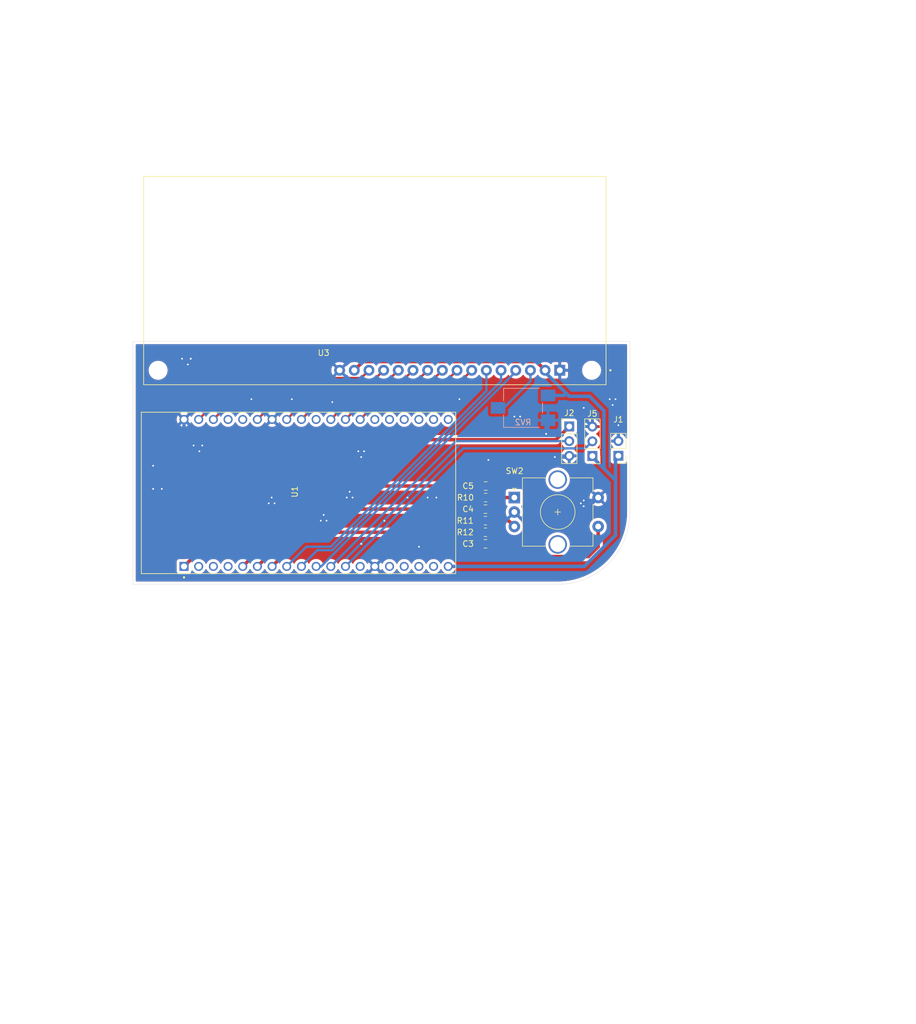
<source format=kicad_pcb>
(kicad_pcb (version 20240108) (generator "pcbnew") (generator_version "8.0")
  (layers (0 "F.Cu" signal) (31 "B.Cu" signal) (34 "B.Paste" user) (35 "F.Paste" user) (36 "B.SilkS" user "B.Silkscreen") (37 "F.SilkS" user "F.Silkscreen") (38 "B.Mask" user) (39 "F.Mask" user) (44 "Edge.Cuts" user))
  (net 0 "")
  (net 1 "GND")
  (net 2 "/5V")
  (net 3 "/BTN")
  (net 4 "/B")
  (net 5 "/A")
  (net 6 "/3V3")
  (net 7 "/Sensor_data")
  (net 8 "/Data_pin")
  (net 9 "Net-(R10-Pad2)")
  (net 10 "Net-(R11-Pad2)")
  (net 11 "Net-(R12-Pad2)")
  (net 13 "/LCD_5")
  (net 14 "/LCD_RS")
  (net 15 "/LCD_6")
  (net 17 "/LCD_7")
  (net 18 "/LCD_4")
  (net 21 "/LCD_E")
  (net 33 "Net-(U3-VO)")
  (net 35 "/LCD_RW")
  (net 36 "/LCD_0")
  (net 37 "/LCD_1")
  (net 38 "/LCD_3")
  (net 39 "/LCD_2")
  (footprint "Capacitor_SMD:C_0805_2012Metric_Pad1.18x1.45mm_HandSolder" (layer "F.Cu") (at 100.0375 103)
    (property "Reference" "C5" (at -3.0375 0 0) (layer "F.SilkS"))
    (property "Value" "0.1uF")
    (fp_line (start -0.261252 -0.735) (end 0.261252 -0.735) (stroke (width 0.12)) (layer "F.SilkS"))
    (fp_line (start -0.261252 0.735) (end 0.261252 0.735) (stroke (width 0.12)) (layer "F.SilkS"))
    (pad "1" smd roundrect (at -1.0375 0) (size 1.175 1.45) (layers "F.Cu" "F.Paste" "F.Mask") (roundrect_rratio 0.212766) (net 5 "/A"))
    (pad "2" smd roundrect (at 1.0375 0) (size 1.175 1.45) (layers "F.Cu" "F.Paste" "F.Mask") (roundrect_rratio 0.212766) (net 1 "GND"))
  )
  (footprint "LCD-16X2:MODULE_LCD-16X2" (layer "F.Cu") (at 80.86 67.5 180)
    (property "Reference" "U3" (at 8.86 -12.5 180) (layer "F.SilkS"))
    (property "Value" "LCD-016N002L")
    (fp_line (start 40 18) (end -40 18) (stroke (width 0.127)) (layer "F.SilkS"))
    (fp_line (start 40 -18) (end 40 18) (stroke (width 0.127)) (layer "F.SilkS"))
    (fp_line (start -40 18) (end -40 -18) (stroke (width 0.127)) (layer "F.SilkS"))
    (fp_line (start -40 -18) (end 40 -18) (stroke (width 0.127)) (layer "F.SilkS"))
    (fp_circle (center -40.75 -15.5) (end -40.65 -15.5) (stroke (width 0.2)) (fill none) (layer "F.SilkS"))
    (pad "" np_thru_hole circle (at -37.5 -15.5 180) (size 2.8 2.8) (drill 2.8) (layers "*.Cu" "*.Mask"))
    (pad "" np_thru_hole circle (at -37.5 15.5 180) (size 2.8 2.8) (drill 2.8) (layers "*.Cu" "*.Mask"))
    (pad "" np_thru_hole circle (at 37.5 -15.5 180) (size 2.8 2.8) (drill 2.8) (layers "*.Cu" "*.Mask"))
    (pad "" np_thru_hole circle (at 37.5 15.5 180) (size 2.8 2.8) (drill 2.8) (layers "*.Cu" "*.Mask"))
    (pad "1" thru_hole rect (at -32 -15.5 180) (size 1.8796 1.8796) (drill 1.016) (layers "*.Cu" "*.Mask") (net 1 "GND"))
    (pad "2" thru_hole circle (at -29.46 -15.5 180) (size 1.8796 1.8796) (drill 1.016) (layers "*.Cu" "*.Mask") (net 2 "/5V"))
    (pad "3" thru_hole circle (at -26.92 -15.5 180) (size 1.8796 1.8796) (drill 1.016) (layers "*.Cu" "*.Mask") (net 33 "Net-(U3-VO)"))
    (pad "4" thru_hole circle (at -24.38 -15.5 180) (size 1.8796 1.8796) (drill 1.016) (layers "*.Cu" "*.Mask") (net 14 "/LCD_RS"))
    (pad "5" thru_hole circle (at -21.84 -15.5 180) (size 1.8796 1.8796) (drill 1.016) (layers "*.Cu" "*.Mask") (net 35 "/LCD_RW"))
    (pad "6" thru_hole circle (at -19.3 -15.5 180) (size 1.8796 1.8796) (drill 1.016) (layers "*.Cu" "*.Mask") (net 21 "/LCD_E"))
    (pad "7" thru_hole circle (at -16.76 -15.5 180) (size 1.8796 1.8796) (drill 1.016) (layers "*.Cu" "*.Mask") (net 36 "/LCD_0"))
    (pad "8" thru_hole circle (at -14.22 -15.5 180) (size 1.8796 1.8796) (drill 1.016) (layers "*.Cu" "*.Mask") (net 37 "/LCD_1"))
    (pad "9" thru_hole circle (at -11.68 -15.5 180) (size 1.8796 1.8796) (drill 1.016) (layers "*.Cu" "*.Mask") (net 39 "/LCD_2"))
    (pad "10" thru_hole circle (at -9.14 -15.5 180) (size 1.8796 1.8796) (drill 1.016) (layers "*.Cu" "*.Mask") (net 38 "/LCD_3"))
    (pad "11" thru_hole circle (at -6.6 -15.5 180) (size 1.8796 1.8796) (drill 1.016) (layers "*.Cu" "*.Mask") (net 18 "/LCD_4"))
    (pad "12" thru_hole circle (at -4.06 -15.5 180) (size 1.8796 1.8796) (drill 1.016) (layers "*.Cu" "*.Mask") (net 13 "/LCD_5"))
    (pad "13" thru_hole circle (at -1.52 -15.5 180) (size 1.8796 1.8796) (drill 1.016) (layers "*.Cu" "*.Mask") (net 15 "/LCD_6"))
    (pad "14" thru_hole circle (at 1.02 -15.5 180) (size 1.8796 1.8796) (drill 1.016) (layers "*.Cu" "*.Mask") (net 17 "/LCD_7"))
    (pad "15" thru_hole circle (at 3.56 -15.5 180) (size 1.8796 1.8796) (drill 1.016) (layers "*.Cu" "*.Mask") (net 2 "/5V"))
    (pad "16" thru_hole circle (at 6.1 -15.5 180) (size 1.8796 1.8796) (drill 1.016) (layers "*.Cu" "*.Mask") (net 1 "GND"))
  )
  (footprint "ESP32-DEVKITC-32D:MODULE_ESP32-DEVKITC-32D" (layer "F.Cu") (at 67.6 104.2 90)
    (property "Reference" "U1" (at 0.2 -0.6 90) (layer "F.SilkS") (effects (font (size 1.000386 1.000386))))
    (property "Value" "ESP32-DEVKITC-32D")
    (fp_line (start 13.95 -27.15) (end 13.95 27.25) (stroke (width 0.127)) (layer "F.SilkS"))
    (fp_line (start -13.95 -27.15) (end 13.95 -27.15) (stroke (width 0.127)) (layer "F.SilkS"))
    (fp_line (start 13.95 27.25) (end -13.95 27.25) (stroke (width 0.127)) (layer "F.SilkS"))
    (fp_line (start -13.95 27.25) (end -13.95 -27.15) (stroke (width 0.127)) (layer "F.SilkS"))
    (fp_circle (center -14.6 -19.76) (end -14.5 -19.76) (stroke (width 0.2)) (fill none) (layer "F.SilkS"))
    (pad "J2-1" thru_hole rect (at -12.7 -19.76 90) (size 1.56 1.56) (drill 1.04) (layers "*.Cu" "*.Mask") (net 6 "/3V3"))
    (pad "J2-2" thru_hole circle (at -12.7 -17.22 90) (size 1.56 1.56) (drill 1.04) (layers "*.Cu" "*.Mask"))
    (pad "J2-3" thru_hole circle (at -12.7 -14.68 90) (size 1.56 1.56) (drill 1.04) (layers "*.Cu" "*.Mask"))
    (pad "J2-4" thru_hole circle (at -12.7 -12.14 90) (size 1.56 1.56) (drill 1.04) (layers "*.Cu" "*.Mask"))
    (pad "J2-5" thru_hole circle (at -12.7 -9.6 90) (size 1.56 1.56) (drill 1.04) (layers "*.Cu" "*.Mask") (net 5 "/A"))
    (pad "J2-6" thru_hole circle (at -12.7 -7.06 90) (size 1.56 1.56) (drill 1.04) (layers "*.Cu" "*.Mask") (net 4 "/B"))
    (pad "J2-7" thru_hole circle (at -12.7 -4.52 90) (size 1.56 1.56) (drill 1.04) (layers "*.Cu" "*.Mask") (net 3 "/BTN"))
    (pad "J2-8" thru_hole circle (at -12.7 -1.98 90) (size 1.56 1.56) (drill 1.04) (layers "*.Cu" "*.Mask") (net 21 "/LCD_E"))
    (pad "J2-9" thru_hole circle (at -12.7 0.56 90) (size 1.56 1.56) (drill 1.04) (layers "*.Cu" "*.Mask") (net 35 "/LCD_RW"))
    (pad "J2-10" thru_hole circle (at -12.7 3.1 90) (size 1.56 1.56) (drill 1.04) (layers "*.Cu" "*.Mask") (net 14 "/LCD_RS"))
    (pad "J2-11" thru_hole circle (at -12.7 5.64 90) (size 1.56 1.56) (drill 1.04) (layers "*.Cu" "*.Mask") (net 7 "/Sensor_data"))
    (pad "J2-12" thru_hole circle (at -12.7 8.18 90) (size 1.56 1.56) (drill 1.04) (layers "*.Cu" "*.Mask") (net 8 "/Data_pin"))
    (pad "J2-13" thru_hole circle (at -12.7 10.72 90) (size 1.56 1.56) (drill 1.04) (layers "*.Cu" "*.Mask"))
    (pad "J2-14" thru_hole circle (at -12.7 13.26 90) (size 1.56 1.56) (drill 1.04) (layers "*.Cu" "*.Mask") (net 1 "GND"))
    (pad "J2-15" thru_hole circle (at -12.7 15.8 90) (size 1.56 1.56) (drill 1.04) (layers "*.Cu" "*.Mask"))
    (pad "J2-16" thru_hole circle (at -12.7 18.34 90) (size 1.56 1.56) (drill 1.04) (layers "*.Cu" "*.Mask"))
    (pad "J2-17" thru_hole circle (at -12.7 20.88 90) (size 1.56 1.56) (drill 1.04) (layers "*.Cu" "*.Mask"))
    (pad "J2-18" thru_hole circle (at -12.7 23.42 90) (size 1.56 1.56) (drill 1.04) (layers "*.Cu" "*.Mask"))
    (pad "J2-19" thru_hole circle (at -12.7 25.96 90) (size 1.56 1.56) (drill 1.04) (layers "*.Cu" "*.Mask") (net 2 "/5V"))
    (pad "J3-1" thru_hole circle (at 12.7 -19.76 90) (size 1.56 1.56) (drill 1.04) (layers "*.Cu" "*.Mask") (net 1 "GND"))
    (pad "J3-2" thru_hole circle (at 12.7 -17.22 90) (size 1.56 1.56) (drill 1.04) (layers "*.Cu" "*.Mask") (net 17 "/LCD_7"))
    (pad "J3-3" thru_hole circle (at 12.7 -14.68 90) (size 1.56 1.56) (drill 1.04) (layers "*.Cu" "*.Mask") (net 15 "/LCD_6"))
    (pad "J3-4" thru_hole circle (at 12.7 -12.14 90) (size 1.56 1.56) (drill 1.04) (layers "*.Cu" "*.Mask"))
    (pad "J3-5" thru_hole circle (at 12.7 -9.6 90) (size 1.56 1.56) (drill 1.04) (layers "*.Cu" "*.Mask"))
    (pad "J3-6" thru_hole circle (at 12.7 -7.06 90) (size 1.56 1.56) (drill 1.04) (layers "*.Cu" "*.Mask") (net 13 "/LCD_5"))
    (pad "J3-7" thru_hole circle (at 12.7 -4.52 90) (size 1.56 1.56) (drill 1.04) (layers "*.Cu" "*.Mask") (net 1 "GND"))
    (pad "J3-8" thru_hole circle (at 12.7 -1.98 90) (size 1.56 1.56) (drill 1.04) (layers "*.Cu" "*.Mask") (net 18 "/LCD_4"))
    (pad "J3-9" thru_hole circle (at 12.7 0.56 90) (size 1.56 1.56) (drill 1.04) (layers "*.Cu" "*.Mask") (net 38 "/LCD_3"))
    (pad "J3-10" thru_hole circle (at 12.7 3.1 90) (size 1.56 1.56) (drill 1.04) (layers "*.Cu" "*.Mask"))
    (pad "J3-11" thru_hole circle (at 12.7 5.64 90) (size 1.56 1.56) (drill 1.04) (layers "*.Cu" "*.Mask") (net 39 "/LCD_2"))
    (pad "J3-12" thru_hole circle (at 12.7 8.18 90) (size 1.56 1.56) (drill 1.04) (layers "*.Cu" "*.Mask") (net 37 "/LCD_1"))
    (pad "J3-13" thru_hole circle (at 12.7 10.72 90) (size 1.56 1.56) (drill 1.04) (layers "*.Cu" "*.Mask") (net 36 "/LCD_0"))
    (pad "J3-14" thru_hole circle (at 12.7 13.26 90) (size 1.56 1.56) (drill 1.04) (layers "*.Cu" "*.Mask"))
    (pad "J3-15" thru_hole circle (at 12.7 15.8 90) (size 1.56 1.56) (drill 1.04) (layers "*.Cu" "*.Mask"))
    (pad "J3-16" thru_hole circle (at 12.7 18.34 90) (size 1.56 1.56) (drill 1.04) (layers "*.Cu" "*.Mask"))
    (pad "J3-17" thru_hole circle (at 12.7 20.88 90) (size 1.56 1.56) (drill 1.04) (layers "*.Cu" "*.Mask"))
    (pad "J3-18" thru_hole circle (at 12.7 23.42 90) (size 1.56 1.56) (drill 1.04) (layers "*.Cu" "*.Mask"))
    (pad "J3-19" thru_hole circle (at 12.7 25.96 90) (size 1.56 1.56) (drill 1.04) (layers "*.Cu" "*.Mask"))
  )
  (footprint "Capacitor_SMD:C_0805_2012Metric_Pad1.18x1.45mm_HandSolder" (layer "F.Cu") (at 100 107)
    (property "Reference" "C4" (at -3 0 0) (layer "F.SilkS"))
    (property "Value" "0.1uF")
    (fp_line (start -0.261252 -0.735) (end 0.261252 -0.735) (stroke (width 0.12)) (layer "F.SilkS"))
    (fp_line (start -0.261252 0.735) (end 0.261252 0.735) (stroke (width 0.12)) (layer "F.SilkS"))
    (pad "1" smd roundrect (at -1.0375 0) (size 1.175 1.45) (layers "F.Cu" "F.Paste" "F.Mask") (roundrect_rratio 0.212766) (net 4 "/B"))
    (pad "2" smd roundrect (at 1.0375 0) (size 1.175 1.45) (layers "F.Cu" "F.Paste" "F.Mask") (roundrect_rratio 0.212766) (net 1 "GND"))
  )
  (footprint "Resistor_SMD:R_0805_2012Metric_Pad1.20x1.40mm_HandSolder" (layer "F.Cu") (at 100 109)
    (property "Reference" "R11" (at -3.5 0 0) (layer "F.SilkS"))
    (property "Value" "22k")
    (fp_line (start -0.227064 -0.735) (end 0.227064 -0.735) (stroke (width 0.12)) (layer "F.SilkS"))
    (fp_line (start -0.227064 0.735) (end 0.227064 0.735) (stroke (width 0.12)) (layer "F.SilkS"))
    (pad "1" smd roundrect (at -1 0) (size 1.2 1.4) (layers "F.Cu" "F.Paste" "F.Mask") (roundrect_rratio 0.208333) (net 4 "/B"))
    (pad "2" smd roundrect (at 1 0) (size 1.2 1.4) (layers "F.Cu" "F.Paste" "F.Mask") (roundrect_rratio 0.208333) (net 10 "Net-(R11-Pad2)"))
  )
  (footprint "Connector_PinHeader_2.54mm:PinHeader_1x03_P2.54mm_Vertical" (layer "F.Cu") (at 118.5 97.815 180)
    (property "Reference" "J5" (at 0 7.315 0) (layer "F.SilkS"))
    (property "Value" "Conn_01x03_Socket")
    (fp_line (start 1.33 1.27) (end 1.33 6.41) (stroke (width 0.12)) (layer "F.SilkS"))
    (fp_line (start -1.33 6.41) (end 1.33 6.41) (stroke (width 0.12)) (layer "F.SilkS"))
    (fp_line (start -1.33 1.27) (end 1.33 1.27) (stroke (width 0.12)) (layer "F.SilkS"))
    (fp_line (start -1.33 1.27) (end -1.33 6.41) (stroke (width 0.12)) (layer "F.SilkS"))
    (fp_line (start -1.33 0) (end -1.33 -1.33) (stroke (width 0.12)) (layer "F.SilkS"))
    (fp_line (start -1.33 -1.33) (end 0 -1.33) (stroke (width 0.12)) (layer "F.SilkS"))
    (pad "1" thru_hole rect (at 0 0 180) (size 1.7 1.7) (drill 1) (layers "*.Cu" "*.Mask") (net 2 "/5V"))
    (pad "2" thru_hole oval (at 0 2.54 180) (size 1.7 1.7) (drill 1) (layers "*.Cu" "*.Mask") (net 8 "/Data_pin"))
    (pad "3" thru_hole oval (at 0 5.08 180) (size 1.7 1.7) (drill 1) (layers "*.Cu" "*.Mask") (net 1 "GND"))
  )
  (footprint "Connector_PinHeader_2.54mm:PinHeader_1x03_P2.54mm_Vertical" (layer "F.Cu") (at 114.5 92.71)
    (property "Reference" "J2" (at 0 -2.33 0) (layer "F.SilkS"))
    (property "Value" "Conn_01x03_Socket")
    (fp_line (start -1.33 -1.33) (end 0 -1.33) (stroke (width 0.12)) (layer "F.SilkS"))
    (fp_line (start -1.33 0) (end -1.33 -1.33) (stroke (width 0.12)) (layer "F.SilkS"))
    (fp_line (start -1.33 1.27) (end -1.33 6.41) (stroke (width 0.12)) (layer "F.SilkS"))
    (fp_line (start -1.33 1.27) (end 1.33 1.27) (stroke (width 0.12)) (layer "F.SilkS"))
    (fp_line (start -1.33 6.41) (end 1.33 6.41) (stroke (width 0.12)) (layer "F.SilkS"))
    (fp_line (start 1.33 1.27) (end 1.33 6.41) (stroke (width 0.12)) (layer "F.SilkS"))
    (pad "1" thru_hole rect (at 0 0) (size 1.7 1.7) (drill 1) (layers "*.Cu" "*.Mask") (net 6 "/3V3"))
    (pad "2" thru_hole oval (at 0 2.54) (size 1.7 1.7) (drill 1) (layers "*.Cu" "*.Mask") (net 7 "/Sensor_data"))
    (pad "3" thru_hole oval (at 0 5.08) (size 1.7 1.7) (drill 1) (layers "*.Cu" "*.Mask") (net 1 "GND"))
  )
  (footprint "Resistor_SMD:R_0805_2012Metric_Pad1.20x1.40mm_HandSolder" (layer "F.Cu") (at 100 111)
    (property "Reference" "R12" (at -3.5 0 0) (layer "F.SilkS"))
    (property "Value" "22k")
    (fp_line (start -0.227064 -0.735) (end 0.227064 -0.735) (stroke (width 0.12)) (layer "F.SilkS"))
    (fp_line (start -0.227064 0.735) (end 0.227064 0.735) (stroke (width 0.12)) (layer "F.SilkS"))
    (pad "1" smd roundrect (at -1 0) (size 1.2 1.4) (layers "F.Cu" "F.Paste" "F.Mask") (roundrect_rratio 0.208333) (net 3 "/BTN"))
    (pad "2" smd roundrect (at 1 0) (size 1.2 1.4) (layers "F.Cu" "F.Paste" "F.Mask") (roundrect_rratio 0.208333) (net 11 "Net-(R12-Pad2)"))
  )
  (footprint "Capacitor_SMD:C_0805_2012Metric_Pad1.18x1.45mm_HandSolder" (layer "F.Cu") (at 100 113)
    (property "Reference" "C3" (at -3 0 0) (layer "F.SilkS"))
    (property "Value" "0.1uF")
    (fp_line (start -0.261252 -0.735) (end 0.261252 -0.735) (stroke (width 0.12)) (layer "F.SilkS"))
    (fp_line (start -0.261252 0.735) (end 0.261252 0.735) (stroke (width 0.12)) (layer "F.SilkS"))
    (pad "1" smd roundrect (at -1.0375 0) (size 1.175 1.45) (layers "F.Cu" "F.Paste" "F.Mask") (roundrect_rratio 0.212766) (net 3 "/BTN"))
    (pad "2" smd roundrect (at 1.0375 0) (size 1.175 1.45) (layers "F.Cu" "F.Paste" "F.Mask") (roundrect_rratio 0.212766) (net 1 "GND"))
  )
  (footprint "Rotary_Encoder:RotaryEncoder_Alps_EC11E-Switch_Vertical_H20mm_CircularMountingHoles" (layer "F.Cu") (at 105 105)
    (property "Reference" "SW2" (at 0.0375 -4.6 360) (layer "F.SilkS"))
    (property "Value" "RotaryEncoder_Switch")
    (fp_line (start -0.3 -1.6) (end 0.3 -1.6) (stroke (width 0.12)) (layer "F.SilkS"))
    (fp_line (start 0 -1.3) (end -0.3 -1.6) (stroke (width 0.12)) (layer "F.SilkS"))
    (fp_line (start 0.3 -1.6) (end 0 -1.3) (stroke (width 0.12)) (layer "F.SilkS"))
    (fp_line (start 1.4 -3.4) (end 1.4 8.4) (stroke (width 0.12)) (layer "F.SilkS"))
    (fp_line (start 5.5 -3.4) (end 1.4 -3.4) (stroke (width 0.12)) (layer "F.SilkS"))
    (fp_line (start 5.5 8.4) (end 1.4 8.4) (stroke (width 0.12)) (layer "F.SilkS"))
    (fp_line (start 7 2.5) (end 8 2.5) (stroke (width 0.12)) (layer "F.SilkS"))
    (fp_line (start 7.5 2) (end 7.5 3) (stroke (width 0.12)) (layer "F.SilkS"))
    (fp_line (start 9.5 -3.4) (end 13.6 -3.4) (stroke (width 0.12)) (layer "F.SilkS"))
    (fp_line (start 13.6 -3.4) (end 13.6 -1) (stroke (width 0.12)) (layer "F.SilkS"))
    (fp_line (start 13.6 1.2) (end 13.6 3.8) (stroke (width 0.12)) (layer "F.SilkS"))
    (fp_line (start 13.6 6) (end 13.6 8.4) (stroke (width 0.12)) (layer "F.SilkS"))
    (fp_line (start 13.6 8.4) (end 9.5 8.4) (stroke (width 0.12)) (layer "F.SilkS"))
    (fp_circle (center 7.5 2.5) (end 10.5 2.5) (stroke (width 0.12)) (fill none) (layer "F.SilkS"))
    (pad "A" thru_hole rect (at 0 0) (size 2 2) (drill 1) (layers "*.Cu" "*.Mask") (net 9 "Net-(R10-Pad2)"))
    (pad "B" thru_hole circle (at 0 5) (size 2 2) (drill 1) (layers "*.Cu" "*.Mask") (net 10 "Net-(R11-Pad2)"))
    (pad "C" thru_hole circle (at 0 2.5) (size 2 2) (drill 1) (layers "*.Cu" "*.Mask") (net 1 "GND"))
    (pad "MP" thru_hole circle (at 7.5 -3.1) (size 3.2 3.2) (drill 2.6) (layers "*.Cu" "*.Mask"))
    (pad "MP" thru_hole circle (at 7.5 8.1) (size 3.2 3.2) (drill 2.6) (layers "*.Cu" "*.Mask"))
    (pad "S1" thru_hole circle (at 14.5 5) (size 2 2) (drill 1) (layers "*.Cu" "*.Mask") (net 11 "Net-(R12-Pad2)"))
    (pad "S2" thru_hole circle (at 14.5 0) (size 2 2) (drill 1) (layers "*.Cu" "*.Mask") (net 1 "GND"))
  )
  (footprint "Connector_PinHeader_2.54mm:PinHeader_1x02_P2.54mm_Vertical" (layer "F.Cu") (at 123 97.775 180)
    (property "Reference" "J1" (at 0 6.275 0) (layer "F.SilkS"))
    (property "Value" "Conn_01x02_Socket")
    (fp_line (start 1.33 1.27) (end 1.33 3.87) (stroke (width 0.12)) (layer "F.SilkS"))
    (fp_line (start -1.33 3.87) (end 1.33 3.87) (stroke (width 0.12)) (layer "F.SilkS"))
    (fp_line (start -1.33 1.27) (end 1.33 1.27) (stroke (width 0.12)) (layer "F.SilkS"))
    (fp_line (start -1.33 1.27) (end -1.33 3.87) (stroke (width 0.12)) (layer "F.SilkS"))
    (fp_line (start -1.33 0) (end -1.33 -1.33) (stroke (width 0.12)) (layer "F.SilkS"))
    (fp_line (start -1.33 -1.33) (end 0 -1.33) (stroke (width 0.12)) (layer "F.SilkS"))
    (pad "1" thru_hole rect (at 0 0 180) (size 1.7 1.7) (drill 1) (layers "*.Cu" "*.Mask") (net 2 "/5V"))
    (pad "2" thru_hole oval (at 0 2.54 180) (size 1.7 1.7) (drill 1) (layers "*.Cu" "*.Mask") (net 1 "GND"))
  )
  (footprint "Resistor_SMD:R_0805_2012Metric_Pad1.20x1.40mm_HandSolder" (layer "F.Cu") (at 100.0375 105)
    (property "Reference" "R10" (at -3.5 0 0) (layer "F.SilkS"))
    (property "Value" "22k")
    (fp_line (start -0.227064 -0.735) (end 0.227064 -0.735) (stroke (width 0.12)) (layer "F.SilkS"))
    (fp_line (start -0.227064 0.735) (end 0.227064 0.735) (stroke (width 0.12)) (layer "F.SilkS"))
    (pad "1" smd roundrect (at -1 0) (size 1.2 1.4) (layers "F.Cu" "F.Paste" "F.Mask") (roundrect_rratio 0.208333) (net 5 "/A"))
    (pad "2" smd roundrect (at 1 0) (size 1.2 1.4) (layers "F.Cu" "F.Paste" "F.Mask") (roundrect_rratio 0.208333) (net 9 "Net-(R10-Pad2)"))
  )
  (footprint "Potentiometer_SMD:Potentiometer_ACP_CA6-VSMD_Vertical" (layer "B.Cu") (at 106.5 89.5 180)
    (property "Reference" "RV2" (at 0 -2.5 360) (layer "B.SilkS") (effects (justify mirror)))
    (property "Value" "10k")
    (fp_line (start 3.37 3.371) (end -2.834 3.371) (stroke (width 0.12)) (layer "B.SilkS"))
    (fp_line (start 3.37 1.24) (end 3.37 3.371) (stroke (width 0.12)) (layer "B.SilkS"))
    (fp_line (start 3.37 -3.37) (end 3.37 -1.24) (stroke (width 0.12)) (layer "B.SilkS"))
    (fp_line (start 3.37 -3.37) (end -2.834 -3.37) (stroke (width 0.12)) (layer "B.SilkS"))
    (fp_line (start -3.37 -0.91) (end -3.37 0.909) (stroke (width 0.12)) (layer "B.SilkS"))
    (pad "1" smd rect (at -4.325 -2.15 180) (size 2.5 2) (layers "B.Cu" "B.Paste" "B.Mask") (net 1 "GND"))
    (pad "2" smd rect (at 4.325 0 180) (size 2.5 2) (layers "B.Cu" "B.Paste" "B.Mask") (net 33 "Net-(U3-VO)"))
    (pad "3" smd rect (at -4.325 2.15 180) (size 2.5 2) (layers "B.Cu" "B.Paste" "B.Mask") (net 2 "/5V"))
  )
  (gr_arc (start 125 107.5) (mid 121.338835 116.338835) (end 112.5 120) (stroke (width 0.05)) (layer "Edge.Cuts"))
  (gr_line (start 125 107.5) (end 125 78) (stroke (width 0.05)) (layer "Edge.Cuts"))
  (gr_line (start 125 78) (end 39 78) (stroke (width 0.05)) (layer "Edge.Cuts"))
  (gr_line (start 39 120) (end 112.5 120) (stroke (width 0.05)) (layer "Edge.Cuts"))
  (gr_line (start 39 78) (end 39 120) (stroke (width 0.05)) (layer "Edge.Cuts"))
  (via (at 100.5 98.5) (size 0.6) (drill 0.3) (layers "F.Cu" "B.Cu") (net 1))
  (via (at 90 105) (size 0.6) (drill 0.3) (layers "F.Cu" "B.Cu") (net 1))
  (via (at 49 81) (size 0.6) (drill 0.3) (layers "F.Cu" "B.Cu") (net 1))
  (via (at 42.5 103.5) (size 0.6) (drill 0.3) (layers "F.Cu" "B.Cu") (net 1))
  (via (at 82.5 109) (size 0.6) (drill 0.3) (layers "F.Cu" "B.Cu") (net 1))
  (via (at 78 97) (size 0.6) (drill 0.3) (layers "F.Cu" "B.Cu") (net 1))
  (via (at 59.5 88) (size 0.6) (drill 0.3) (layers "F.Cu" "B.Cu") (net 1))
  (via (at 76.5 104) (size 0.6) (drill 0.3) (layers "F.Cu" "B.Cu") (net 1))
  (via (at 49.5 96) (size 0.6) (drill 0.3) (layers "F.Cu" "B.Cu") (net 1))
  (via (at 76 105) (size 0.6) (drill 0.3) (layers "F.Cu" "B.Cu") (net 1))
  (via (at 121.5 88) (size 0.6) (drill 0.3) (layers "F.Cu" "B.Cu") (net 1))
  (via (at 72 108) (size 0.6) (drill 0.3) (layers "F.Cu" "B.Cu") (net 1))
  (via (at 117 89.5) (size 0.6) (drill 0.3) (layers "F.Cu" "B.Cu") (net 1))
  (via (at 73.5 88.5) (size 0.6) (drill 0.3) (layers "F.Cu" "B.Cu") (net 1))
  (via (at 122 89) (size 0.6) (drill 0.3) (layers "F.Cu" "B.Cu") (net 1))
  (via (at 122.5 88) (size 0.6) (drill 0.3) (layers "F.Cu" "B.Cu") (net 1))
  (via (at 116.5 106) (size 0.6) (drill 0.3) (layers "F.Cu" "B.Cu") (net 1))
  (via (at 78.5 98) (size 0.6) (drill 0.3) (layers "F.Cu" "B.Cu") (net 1))
  (via (at 110.5 94) (size 0.6) (drill 0.3) (layers "F.Cu" "B.Cu") (net 1))
  (via (at 71.5 109) (size 0.6) (drill 0.3) (layers "F.Cu" "B.Cu") (net 1))
  (via (at 86.5 105) (size 0.6) (drill 0.3) (layers "F.Cu" "B.Cu") (net 1))
  (via (at 117 106.5) (size 0.6) (drill 0.3) (layers "F.Cu" "B.Cu") (net 1))
  (via (at 44 103.5) (size 0.6) (drill 0.3) (layers "F.Cu" "B.Cu") (net 1))
  (via (at 47.5 81) (size 0.6) (drill 0.3) (layers "F.Cu" "B.Cu") (net 1))
  (via (at 51 96) (size 0.6) (drill 0.3) (layers "F.Cu" "B.Cu") (net 1))
  (via (at 88.5 113.5) (size 0.6) (drill 0.3) (layers "F.Cu" "B.Cu") (net 1))
  (via (at 78.5 113) (size 0.6) (drill 0.3) (layers "F.Cu" "B.Cu") (net 1))
  (via (at 42.5 99.5) (size 0.6) (drill 0.3) (layers "F.Cu" "B.Cu") (net 1))
  (via (at 91.5 105) (size 0.6) (drill 0.3) (layers "F.Cu" "B.Cu") (net 1))
  (via (at 63 105) (size 0.6) (drill 0.3) (layers "F.Cu" "B.Cu") (net 1))
  (via (at 123 92.5) (size 0.6) (drill 0.3) (layers "F.Cu" "B.Cu") (net 1))
  (via (at 95.5 88) (size 0.6) (drill 0.3) (layers "F.Cu" "B.Cu") (net 1))
  (via (at 106 91) (size 0.6) (drill 0.3) (layers "F.Cu" "B.Cu") (net 1))
  (via (at 117 105.5) (size 0.6) (drill 0.3) (layers "F.Cu" "B.Cu") (net 1))
  (via (at 63.5 106) (size 0.6) (drill 0.3) (layers "F.Cu" "B.Cu") (net 1))
  (via (at 50.5 97) (size 0.6) (drill 0.3) (layers "F.Cu" "B.Cu") (net 1))
  (via (at 62.5 106) (size 0.6) (drill 0.3) (layers "F.Cu" "B.Cu") (net 1))
  (via (at 79 97) (size 0.6) (drill 0.3) (layers "F.Cu" "B.Cu") (net 1))
  (via (at 48.5 82) (size 0.6) (drill 0.3) (layers "F.Cu" "B.Cu") (net 1))
  (via (at 66.5 88) (size 0.6) (drill 0.3) (layers "F.Cu" "B.Cu") (net 1))
  (via (at 105 91) (size 0.6) (drill 0.3) (layers "F.Cu" "B.Cu") (net 1))
  (via (at 77 105) (size 0.6) (drill 0.3) (layers "F.Cu" "B.Cu") (net 1))
  (via (at 112 98) (size 0.6) (drill 0.3) (layers "F.Cu" "B.Cu") (net 1))
  (via (at 49 81) (size 0.6) (drill 0.3) (layers "F.Cu" "B.Cu") (net 1))
  (via (at 72.5 109) (size 0.6) (drill 0.3) (layers "F.Cu" "B.Cu") (net 1))
  (via (at 110.5 94) (size 0.6) (drill 0.3) (layers "F.Cu" "B.Cu") (net 1))
  (segment (start 47.84 94.34) (end 49.5 96) (width 0.6) (layer "B.Cu") (net 1))
  (segment (start 123 92.5) (end 123 95.235) (width 0.6) (layer "B.Cu") (net 1))
  (segment (start 117 105.5) (end 119 105.5) (width 0.6) (layer "B.Cu") (net 1))
  (segment (start 112 98) (end 114.29 98) (width 0.6) (layer "B.Cu") (net 1))
  (segment (start 50.5 96.5) (end 51 96) (width 0.6) (layer "B.Cu") (net 1))
  (segment (start 47.84 91.5) (end 47.84 94.34) (width 0.6) (layer "B.Cu") (net 1))
  (segment (start 50.5 97) (end 50.5 96.5) (width 0.6) (layer "B.Cu") (net 1))
  (segment (start 117 91.235) (end 118.5 92.735) (width 0.6) (layer "B.Cu") (net 1))
  (segment (start 114.29 98) (end 114.5 97.79) (width 0.6) (layer "B.Cu") (net 1))
  (segment (start 49.5 96) (end 50.5 97) (width 0.6) (layer "B.Cu") (net 1))
  (segment (start 110.5 94) (end 110.5 91.975) (width 0.6) (layer "B.Cu") (net 1))
  (segment (start 117 89.5) (end 117 91.235) (width 0.6) (layer "B.Cu") (net 1))
  (segment (start 110.5 91.975) (end 110.825 91.65) (width 0.6) (layer "B.Cu") (net 1))
  (segment (start 119 105.5) (end 119.5 105) (width 0.6) (layer "B.Cu") (net 1))
  (segment (start 78.8 81.5) (end 108.82 81.5) (width 0.6) (layer "F.Cu") (net 2))
  (segment (start 108.82 81.5) (end 110.32 83) (width 0.6) (layer "F.Cu") (net 2))
  (segment (start 77.3 83) (end 78.8 81.5) (width 0.6) (layer "F.Cu") (net 2))
  (segment (start 118 87.5) (end 114.4804 87.5) (width 0.6) (layer "B.Cu") (net 2))
  (segment (start 118.5 98) (end 120.5 100) (width 0.6) (layer "B.Cu") (net 2))
  (segment (start 93.56 116.9) (end 117.1 116.9) (width 0.6) (layer "B.Cu") (net 2))
  (segment (start 122.5 102) (end 122.5 98.275) (width 0.6) (layer "B.Cu") (net 2))
  (segment (start 114.2402 87.2598) (end 110.32 83.3396) (width 0.6) (layer "B.Cu") (net 2))
  (segment (start 120.5 90) (end 118 87.5) (width 0.6) (layer "B.Cu") (net 2))
  (segment (start 122.5 111.5) (end 122.5 102) (width 0.6) (layer "B.Cu") (net 2))
  (segment (start 114.4804 87.5) (end 113.9804 87) (width 0.6) (layer "B.Cu") (net 2))
  (segment (start 113.6304 87.35) (end 110.825 87.35) (width 0.6) (layer "B.Cu") (net 2))
  (segment (start 122.5 98.275) (end 123 97.775) (width 0.6) (layer "B.Cu") (net 2))
  (segment (start 120.5 100) (end 120.5 90) (width 0.6) (layer "B.Cu") (net 2))
  (segment (start 120.75 100.25) (end 122.5 102) (width 0.6) (layer "B.Cu") (net 2))
  (segment (start 118.5 97.815) (end 118.5 98) (width 0.6) (layer "B.Cu") (net 2))
  (segment (start 120.5 100) (end 120.75 100.25) (width 0.6) (layer "B.Cu") (net 2))
  (segment (start 117.1 116.9) (end 122.5 111.5) (width 0.6) (layer "B.Cu") (net 2))
  (segment (start 113.9804 87) (end 113.6304 87.35) (width 0.6) (layer "B.Cu") (net 2))
  (segment (start 110.32 83.3396) (end 110.32 83) (width 0.6) (layer "B.Cu") (net 2))
  (segment (start 68.98 111) (end 63.08 116.9) (width 0.6) (layer "F.Cu") (net 3))
  (segment (start 99 111) (end 99 112.9625) (width 0.6) (layer "F.Cu") (net 3))
  (segment (start 99 111) (end 68.98 111) (width 0.6) (layer "F.Cu") (net 3))
  (segment (start 99 112.9625) (end 98.9625 113) (width 0.6) (layer "F.Cu") (net 3))
  (segment (start 98.9625 107) (end 70.44 107) (width 0.6) (layer "F.Cu") (net 4))
  (segment (start 70.44 107) (end 60.54 116.9) (width 0.6) (layer "F.Cu") (net 4))
  (segment (start 98.9625 108.9625) (end 99 109) (width 0.6) (layer "F.Cu") (net 4))
  (segment (start 98.9625 107) (end 98.9625 108.9625) (width 0.6) (layer "F.Cu") (net 4))
  (segment (start 99 103) (end 71.9 103) (width 0.6) (layer "F.Cu") (net 5))
  (segment (start 99 103) (end 99 104.9625) (width 0.6) (layer "F.Cu") (net 5))
  (segment (start 99 104.9625) (end 99.0375 105) (width 0.6) (layer "F.Cu") (net 5))
  (segment (start 71.9 103) (end 58 116.9) (width 0.6) (layer "F.Cu") (net 5))
  (segment (start 112.21 95) (end 69.74 95) (width 0.6) (layer "F.Cu") (net 6))
  (segment (start 114.5 92.71) (end 112.21 95) (width 0.6) (layer "F.Cu") (net 6))
  (segment (start 69.74 95) (end 47.84 116.9) (width 0.6) (layer "F.Cu") (net 6))
  (segment (start 94.89 95.25) (end 73.24 116.9) (width 0.4) (layer "B.Cu") (net 7))
  (segment (start 114.5 95.25) (end 94.89 95.25) (width 0.4) (layer "B.Cu") (net 7))
  (segment (start 117.275 96.5) (end 96.18 96.5) (width 0.4) (layer "B.Cu") (net 8))
  (segment (start 96.18 96.5) (end 75.78 116.9) (width 0.4) (layer "B.Cu") (net 8))
  (segment (start 118.5 95.275) (end 117.275 96.5) (width 0.4) (layer "B.Cu") (net 8))
  (segment (start 101.0375 105) (end 105 105) (width 0.6) (layer "F.Cu") (net 9))
  (segment (start 104 109) (end 105 110) (width 0.6) (layer "F.Cu") (net 10))
  (segment (start 101 109) (end 104 109) (width 0.6) (layer "F.Cu") (net 10))
  (segment (start 105.2 115.2) (end 117.8 115.2) (width 0.6) (layer "F.Cu") (net 11))
  (segment (start 117.8 115.2) (end 119.5 113.5) (width 0.6) (layer "F.Cu") (net 11))
  (segment (start 101 111) (end 105.2 115.2) (width 0.6) (layer "F.Cu") (net 11))
  (segment (start 119.5 113.5) (end 119.5 110) (width 0.6) (layer "F.Cu") (net 11))
  (segment (start 82.3802 85.5398) (end 84.92 83) (width 0.4) (layer "F.Cu") (net 13))
  (segment (start 60.54 91.5) (end 66.5002 85.5398) (width 0.4) (layer "F.Cu") (net 13))
  (segment (start 66.5002 85.5398) (end 82.3802 85.5398) (width 0.4) (layer "F.Cu") (net 13))
  (segment (start 105.24 83) (end 105.24 83.185829) (width 0.4) (layer "F.Cu") (net 14))
  (segment (start 105.24 83.608528) (end 105.24 83) (width 0.4) (layer "B.Cu") (net 14))
  (segment (start 71.571227 116.9) (end 105.24 83.231227) (width 0.4) (layer "B.Cu") (net 14))
  (segment (start 105.24 83.231227) (end 105.24 83) (width 0.4) (layer "B.Cu") (net 14))
  (segment (start 70.7 116.9) (end 71.571227 116.9) (width 0.4) (layer "B.Cu") (net 14))
  (segment (start 52.92 91.5) (end 59.4802 84.9398) (width 0.4) (layer "F.Cu") (net 15))
  (segment (start 80.4402 84.9398) (end 82.38 83) (width 0.4) (layer "F.Cu") (net 15))
  (segment (start 59.4802 84.9398) (end 80.4402 84.9398) (width 0.4) (layer "F.Cu") (net 15))
  (segment (start 57.5402 84.3398) (end 50.38 91.5) (width 0.4) (layer "F.Cu") (net 17))
  (segment (start 79.84 83) (end 78.5002 84.3398) (width 0.4) (layer "F.Cu") (net 17))
  (segment (start 78.5002 84.3398) (end 57.5402 84.3398) (width 0.4) (layer "F.Cu") (net 17))
  (segment (start 70.9802 86.1398) (end 84.3202 86.1398) (width 0.4) (layer "F.Cu") (net 18))
  (segment (start 65.62 91.5) (end 70.9802 86.1398) (width 0.4) (layer "F.Cu") (net 18))
  (segment (start 84.3202 86.1398) (end 87.46 83) (width 0.4) (layer "F.Cu") (net 18))
  (segment (start 100.16 86.568773) (end 73.228773 113.5) (width 0.4) (layer "B.Cu") (net 21))
  (segment (start 65.62 116.88) (end 65.62 116.9) (width 0.4) (layer "B.Cu") (net 21))
  (segment (start 69 113.5) (end 65.62 116.88) (width 0.4) (layer "B.Cu") (net 21))
  (segment (start 73.228773 113.5) (end 69 113.5) (width 0.4) (layer "B.Cu") (net 21))
  (segment (start 100.16 83) (end 100.16 86.568773) (width 0.4) (layer "B.Cu") (net 21))
  (segment (start 107.78 84.895) (end 103.175 89.5) (width 0.4) (layer "B.Cu") (net 33))
  (segment (start 107.78 83) (end 107.78 84.895) (width 0.4) (layer "B.Cu") (net 33))
  (segment (start 70.9 114.1) (end 73.477301 114.1) (width 0.4) (layer "B.Cu") (net 35))
  (segment (start 68.16 116.84) (end 70.9 114.1) (width 0.4) (layer "B.Cu") (net 35))
  (segment (start 102.7 84.877301) (end 102.7 83) (width 0.4) (layer "B.Cu") (net 35))
  (segment (start 68.16 116.9) (end 68.16 116.84) (width 0.4) (layer "B.Cu") (net 35))
  (segment (start 73.477301 114.1) (end 102.7 84.877301) (width 0.4) (layer "B.Cu") (net 35))
  (segment (start 78.32 91.5) (end 81.2802 88.5398) (width 0.4) (layer "F.Cu") (net 36))
  (segment (start 81.2802 88.5398) (end 92.0802 88.5398) (width 0.4) (layer "F.Cu") (net 36))
  (segment (start 92.0802 88.5398) (end 97.62 83) (width 0.4) (layer "F.Cu") (net 36))
  (segment (start 75.78 91.22) (end 75.78 91.5) (width 0.4) (layer "F.Cu") (net 37))
  (segment (start 90.1402 87.9398) (end 95.08 83) (width 0.4) (layer "F.Cu") (net 37))
  (segment (start 75.78 91.5) (end 79.3402 87.9398) (width 0.4) (layer "F.Cu") (net 37))
  (segment (start 79.3402 87.9398) (end 90.1402 87.9398) (width 0.4) (layer "F.Cu") (net 37))
  (segment (start 86.2602 86.7398) (end 90 83) (width 0.4) (layer "F.Cu") (net 38))
  (segment (start 72.9202 86.7398) (end 86.2602 86.7398) (width 0.4) (layer "F.Cu") (net 38))
  (segment (start 68.16 91.5) (end 72.9202 86.7398) (width 0.4) (layer "F.Cu") (net 38))
  (segment (start 77.4002 87.3398) (end 88.2002 87.3398) (width 0.4) (layer "F.Cu") (net 39))
  (segment (start 73.24 91.5) (end 77.4002 87.3398) (width 0.4) (layer "F.Cu") (net 39))
  (segment (start 88.2002 87.3398) (end 92.54 83) (width 0.4) (layer "F.Cu") (net 39))
  (zone (net 1) (net_name "GND") (layers "F&B.Cu") (connect_pads (clearance 0.5)) (min_thickness 0.25) (fill yes (thermal_gap 0.5) (thermal_bridge_width 0.5))
    (polygon (pts (xy 174.5 143) (xy 174.5 33.5) (xy 16 19) (xy 24 140) (xy 77.5 196)))
  )
)
</source>
